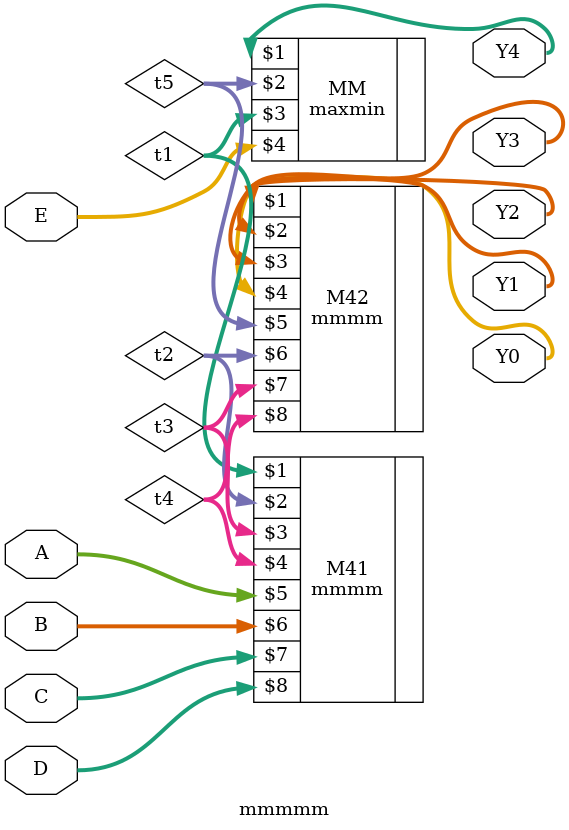
<source format=v>
module mmmmm (Y4,Y3,Y2,Y1,Y0,A,B,C,D,E);
input wire [7:0] A,B,C,D,E;
output wire [7:0] Y4,Y3,Y2,Y1,Y0;

wire [7:0] t1,t2,t3,t4,t5;

mmmm M41 (t1,t2,t3,t4,A,B,C,D);
maxmin MM (Y4,t5,t1,E);
mmmm M42 (Y3,Y2,Y1,Y0,t5,t2,t3,t4);

endmodule
</source>
